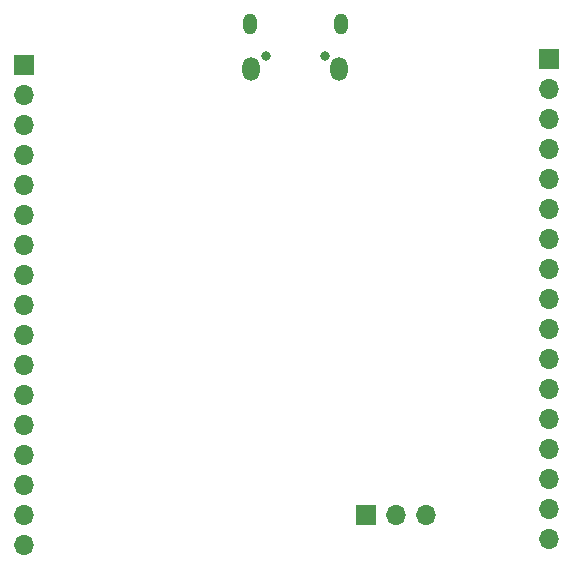
<source format=gbr>
%TF.GenerationSoftware,KiCad,Pcbnew,8.0.2-1*%
%TF.CreationDate,2024-06-04T19:54:43-07:00*%
%TF.ProjectId,pcb_design_1,7063625f-6465-4736-9967-6e5f312e6b69,rev?*%
%TF.SameCoordinates,Original*%
%TF.FileFunction,Soldermask,Bot*%
%TF.FilePolarity,Negative*%
%FSLAX46Y46*%
G04 Gerber Fmt 4.6, Leading zero omitted, Abs format (unit mm)*
G04 Created by KiCad (PCBNEW 8.0.2-1) date 2024-06-04 19:54:43*
%MOMM*%
%LPD*%
G01*
G04 APERTURE LIST*
%ADD10R,1.700000X1.700000*%
%ADD11O,1.700000X1.700000*%
%ADD12O,0.800000X0.800000*%
%ADD13O,1.150000X1.800000*%
%ADD14O,1.450000X2.000000*%
G04 APERTURE END LIST*
D10*
%TO.C,J2*%
X64000000Y-62840000D03*
D11*
X64000000Y-65380000D03*
X64000000Y-67920000D03*
X64000000Y-70460000D03*
X64000000Y-73000000D03*
X64000000Y-75540000D03*
X64000000Y-78080000D03*
X64000000Y-80620000D03*
X64000000Y-83160000D03*
X64000000Y-85700000D03*
X64000000Y-88240000D03*
X64000000Y-90780000D03*
X64000000Y-93320000D03*
X64000000Y-95860000D03*
X64000000Y-98400000D03*
X64000000Y-100940000D03*
X64000000Y-103480000D03*
%TD*%
D10*
%TO.C,J3*%
X108500000Y-62340000D03*
D11*
X108500000Y-64880000D03*
X108500000Y-67420000D03*
X108500000Y-69960000D03*
X108500000Y-72500000D03*
X108500000Y-75040000D03*
X108500000Y-77580000D03*
X108500000Y-80120000D03*
X108500000Y-82660000D03*
X108500000Y-85200000D03*
X108500000Y-87740000D03*
X108500000Y-90280000D03*
X108500000Y-92820000D03*
X108500000Y-95360000D03*
X108500000Y-97900000D03*
X108500000Y-100440000D03*
X108500000Y-102980000D03*
%TD*%
D12*
%TO.C,J1*%
X89500000Y-62055000D03*
X84500000Y-62055000D03*
D13*
X90875000Y-59305000D03*
D14*
X90725000Y-63105000D03*
X83275000Y-63105000D03*
D13*
X83125000Y-59305000D03*
%TD*%
D10*
%TO.C,J4*%
X92982500Y-100900000D03*
D11*
X95522500Y-100900000D03*
X98062500Y-100900000D03*
%TD*%
M02*

</source>
